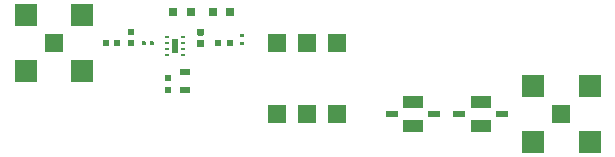
<source format=gtp>
G04 #@! TF.GenerationSoftware,KiCad,Pcbnew,(5.0.1)-4*
G04 #@! TF.CreationDate,2019-05-20T12:51:24-07:00*
G04 #@! TF.ProjectId,Tripler_circuit,547269706C65725F636972637569742E,rev?*
G04 #@! TF.SameCoordinates,Original*
G04 #@! TF.FileFunction,Paste,Top*
G04 #@! TF.FilePolarity,Positive*
%FSLAX46Y46*%
G04 Gerber Fmt 4.6, Leading zero omitted, Abs format (unit mm)*
G04 Created by KiCad (PCBNEW (5.0.1)-4) date 5/20/2019 12:51:24 PM*
%MOMM*%
%LPD*%
G01*
G04 APERTURE LIST*
%ADD10R,1.520000X1.650000*%
%ADD11R,1.900000X1.900000*%
%ADD12R,1.500000X1.500000*%
%ADD13R,0.990000X0.610000*%
%ADD14R,1.750000X0.990000*%
%ADD15C,0.200000*%
%ADD16C,0.590000*%
%ADD17R,0.600000X0.500000*%
%ADD18R,0.500000X0.600000*%
%ADD19R,0.800000X0.750000*%
%ADD20C,0.318000*%
%ADD21R,0.900000X0.500000*%
%ADD22R,0.350000X0.250000*%
%ADD23R,0.600000X1.200000*%
G04 APERTURE END LIST*
D10*
G04 #@! TO.C,U1*
X123600000Y-89405000D03*
X126140000Y-89405000D03*
X128680000Y-89405000D03*
X128680000Y-95375000D03*
X126140000Y-95375000D03*
X123600000Y-95375000D03*
G04 #@! TD*
D11*
G04 #@! TO.C,CON1*
X107105000Y-87015000D03*
X107105000Y-91765000D03*
X102355000Y-91765000D03*
X102355000Y-87015000D03*
D12*
X104730000Y-89390000D03*
G04 #@! TD*
G04 #@! TO.C,CON2*
X147700000Y-95380000D03*
D11*
X145325000Y-93005000D03*
X145325000Y-97755000D03*
X150075000Y-97755000D03*
X150075000Y-93005000D03*
G04 #@! TD*
D13*
G04 #@! TO.C,U3*
X133315000Y-95380000D03*
D14*
X135130000Y-96395000D03*
D13*
X136945000Y-95380000D03*
D14*
X135130000Y-94365000D03*
G04 #@! TD*
G04 #@! TO.C,U5*
X140850000Y-94355000D03*
D13*
X142665000Y-95370000D03*
D14*
X140850000Y-96385000D03*
D13*
X139035000Y-95370000D03*
G04 #@! TD*
D15*
G04 #@! TO.C,L1*
G36*
X117336958Y-88145710D02*
X117351276Y-88147834D01*
X117365317Y-88151351D01*
X117378946Y-88156228D01*
X117392031Y-88162417D01*
X117404447Y-88169858D01*
X117416073Y-88178481D01*
X117426798Y-88188202D01*
X117436519Y-88198927D01*
X117445142Y-88210553D01*
X117452583Y-88222969D01*
X117458772Y-88236054D01*
X117463649Y-88249683D01*
X117467166Y-88263724D01*
X117469290Y-88278042D01*
X117470000Y-88292500D01*
X117470000Y-88587500D01*
X117469290Y-88601958D01*
X117467166Y-88616276D01*
X117463649Y-88630317D01*
X117458772Y-88643946D01*
X117452583Y-88657031D01*
X117445142Y-88669447D01*
X117436519Y-88681073D01*
X117426798Y-88691798D01*
X117416073Y-88701519D01*
X117404447Y-88710142D01*
X117392031Y-88717583D01*
X117378946Y-88723772D01*
X117365317Y-88728649D01*
X117351276Y-88732166D01*
X117336958Y-88734290D01*
X117322500Y-88735000D01*
X116977500Y-88735000D01*
X116963042Y-88734290D01*
X116948724Y-88732166D01*
X116934683Y-88728649D01*
X116921054Y-88723772D01*
X116907969Y-88717583D01*
X116895553Y-88710142D01*
X116883927Y-88701519D01*
X116873202Y-88691798D01*
X116863481Y-88681073D01*
X116854858Y-88669447D01*
X116847417Y-88657031D01*
X116841228Y-88643946D01*
X116836351Y-88630317D01*
X116832834Y-88616276D01*
X116830710Y-88601958D01*
X116830000Y-88587500D01*
X116830000Y-88292500D01*
X116830710Y-88278042D01*
X116832834Y-88263724D01*
X116836351Y-88249683D01*
X116841228Y-88236054D01*
X116847417Y-88222969D01*
X116854858Y-88210553D01*
X116863481Y-88198927D01*
X116873202Y-88188202D01*
X116883927Y-88178481D01*
X116895553Y-88169858D01*
X116907969Y-88162417D01*
X116921054Y-88156228D01*
X116934683Y-88151351D01*
X116948724Y-88147834D01*
X116963042Y-88145710D01*
X116977500Y-88145000D01*
X117322500Y-88145000D01*
X117336958Y-88145710D01*
X117336958Y-88145710D01*
G37*
D16*
X117150000Y-88440000D03*
D15*
G36*
X117336958Y-89115710D02*
X117351276Y-89117834D01*
X117365317Y-89121351D01*
X117378946Y-89126228D01*
X117392031Y-89132417D01*
X117404447Y-89139858D01*
X117416073Y-89148481D01*
X117426798Y-89158202D01*
X117436519Y-89168927D01*
X117445142Y-89180553D01*
X117452583Y-89192969D01*
X117458772Y-89206054D01*
X117463649Y-89219683D01*
X117467166Y-89233724D01*
X117469290Y-89248042D01*
X117470000Y-89262500D01*
X117470000Y-89557500D01*
X117469290Y-89571958D01*
X117467166Y-89586276D01*
X117463649Y-89600317D01*
X117458772Y-89613946D01*
X117452583Y-89627031D01*
X117445142Y-89639447D01*
X117436519Y-89651073D01*
X117426798Y-89661798D01*
X117416073Y-89671519D01*
X117404447Y-89680142D01*
X117392031Y-89687583D01*
X117378946Y-89693772D01*
X117365317Y-89698649D01*
X117351276Y-89702166D01*
X117336958Y-89704290D01*
X117322500Y-89705000D01*
X116977500Y-89705000D01*
X116963042Y-89704290D01*
X116948724Y-89702166D01*
X116934683Y-89698649D01*
X116921054Y-89693772D01*
X116907969Y-89687583D01*
X116895553Y-89680142D01*
X116883927Y-89671519D01*
X116873202Y-89661798D01*
X116863481Y-89651073D01*
X116854858Y-89639447D01*
X116847417Y-89627031D01*
X116841228Y-89613946D01*
X116836351Y-89600317D01*
X116832834Y-89586276D01*
X116830710Y-89571958D01*
X116830000Y-89557500D01*
X116830000Y-89262500D01*
X116830710Y-89248042D01*
X116832834Y-89233724D01*
X116836351Y-89219683D01*
X116841228Y-89206054D01*
X116847417Y-89192969D01*
X116854858Y-89180553D01*
X116863481Y-89168927D01*
X116873202Y-89158202D01*
X116883927Y-89148481D01*
X116895553Y-89139858D01*
X116907969Y-89132417D01*
X116921054Y-89126228D01*
X116934683Y-89121351D01*
X116948724Y-89117834D01*
X116963042Y-89115710D01*
X116977500Y-89115000D01*
X117322500Y-89115000D01*
X117336958Y-89115710D01*
X117336958Y-89115710D01*
G37*
D16*
X117150000Y-89410000D03*
G04 #@! TD*
D17*
G04 #@! TO.C,C1*
X110100000Y-89400000D03*
X109100000Y-89400000D03*
G04 #@! TD*
D18*
G04 #@! TO.C,C2*
X111275000Y-89400000D03*
X111275000Y-88400000D03*
G04 #@! TD*
G04 #@! TO.C,C3*
X114350000Y-92350000D03*
X114350000Y-93350000D03*
G04 #@! TD*
D17*
G04 #@! TO.C,C4*
X119600000Y-89400000D03*
X118600000Y-89400000D03*
G04 #@! TD*
D19*
G04 #@! TO.C,C5*
X116350000Y-86750000D03*
X114850000Y-86750000D03*
G04 #@! TD*
G04 #@! TO.C,C6*
X119675000Y-86750000D03*
X118175000Y-86750000D03*
G04 #@! TD*
D15*
G04 #@! TO.C,C7*
G36*
X120783292Y-89261383D02*
X120791010Y-89262528D01*
X120798578Y-89264423D01*
X120805923Y-89267052D01*
X120812976Y-89270387D01*
X120819668Y-89274398D01*
X120825934Y-89279046D01*
X120831715Y-89284285D01*
X120836954Y-89290066D01*
X120841602Y-89296332D01*
X120845613Y-89303024D01*
X120848948Y-89310077D01*
X120851577Y-89317422D01*
X120853472Y-89324990D01*
X120854617Y-89332708D01*
X120855000Y-89340500D01*
X120855000Y-89499500D01*
X120854617Y-89507292D01*
X120853472Y-89515010D01*
X120851577Y-89522578D01*
X120848948Y-89529923D01*
X120845613Y-89536976D01*
X120841602Y-89543668D01*
X120836954Y-89549934D01*
X120831715Y-89555715D01*
X120825934Y-89560954D01*
X120819668Y-89565602D01*
X120812976Y-89569613D01*
X120805923Y-89572948D01*
X120798578Y-89575577D01*
X120791010Y-89577472D01*
X120783292Y-89578617D01*
X120775500Y-89579000D01*
X120574500Y-89579000D01*
X120566708Y-89578617D01*
X120558990Y-89577472D01*
X120551422Y-89575577D01*
X120544077Y-89572948D01*
X120537024Y-89569613D01*
X120530332Y-89565602D01*
X120524066Y-89560954D01*
X120518285Y-89555715D01*
X120513046Y-89549934D01*
X120508398Y-89543668D01*
X120504387Y-89536976D01*
X120501052Y-89529923D01*
X120498423Y-89522578D01*
X120496528Y-89515010D01*
X120495383Y-89507292D01*
X120495000Y-89499500D01*
X120495000Y-89340500D01*
X120495383Y-89332708D01*
X120496528Y-89324990D01*
X120498423Y-89317422D01*
X120501052Y-89310077D01*
X120504387Y-89303024D01*
X120508398Y-89296332D01*
X120513046Y-89290066D01*
X120518285Y-89284285D01*
X120524066Y-89279046D01*
X120530332Y-89274398D01*
X120537024Y-89270387D01*
X120544077Y-89267052D01*
X120551422Y-89264423D01*
X120558990Y-89262528D01*
X120566708Y-89261383D01*
X120574500Y-89261000D01*
X120775500Y-89261000D01*
X120783292Y-89261383D01*
X120783292Y-89261383D01*
G37*
D20*
X120675000Y-89420000D03*
D15*
G36*
X120783292Y-88571383D02*
X120791010Y-88572528D01*
X120798578Y-88574423D01*
X120805923Y-88577052D01*
X120812976Y-88580387D01*
X120819668Y-88584398D01*
X120825934Y-88589046D01*
X120831715Y-88594285D01*
X120836954Y-88600066D01*
X120841602Y-88606332D01*
X120845613Y-88613024D01*
X120848948Y-88620077D01*
X120851577Y-88627422D01*
X120853472Y-88634990D01*
X120854617Y-88642708D01*
X120855000Y-88650500D01*
X120855000Y-88809500D01*
X120854617Y-88817292D01*
X120853472Y-88825010D01*
X120851577Y-88832578D01*
X120848948Y-88839923D01*
X120845613Y-88846976D01*
X120841602Y-88853668D01*
X120836954Y-88859934D01*
X120831715Y-88865715D01*
X120825934Y-88870954D01*
X120819668Y-88875602D01*
X120812976Y-88879613D01*
X120805923Y-88882948D01*
X120798578Y-88885577D01*
X120791010Y-88887472D01*
X120783292Y-88888617D01*
X120775500Y-88889000D01*
X120574500Y-88889000D01*
X120566708Y-88888617D01*
X120558990Y-88887472D01*
X120551422Y-88885577D01*
X120544077Y-88882948D01*
X120537024Y-88879613D01*
X120530332Y-88875602D01*
X120524066Y-88870954D01*
X120518285Y-88865715D01*
X120513046Y-88859934D01*
X120508398Y-88853668D01*
X120504387Y-88846976D01*
X120501052Y-88839923D01*
X120498423Y-88832578D01*
X120496528Y-88825010D01*
X120495383Y-88817292D01*
X120495000Y-88809500D01*
X120495000Y-88650500D01*
X120495383Y-88642708D01*
X120496528Y-88634990D01*
X120498423Y-88627422D01*
X120501052Y-88620077D01*
X120504387Y-88613024D01*
X120508398Y-88606332D01*
X120513046Y-88600066D01*
X120518285Y-88594285D01*
X120524066Y-88589046D01*
X120530332Y-88584398D01*
X120537024Y-88580387D01*
X120544077Y-88577052D01*
X120551422Y-88574423D01*
X120558990Y-88572528D01*
X120566708Y-88571383D01*
X120574500Y-88571000D01*
X120775500Y-88571000D01*
X120783292Y-88571383D01*
X120783292Y-88571383D01*
G37*
D20*
X120675000Y-88730000D03*
G04 #@! TD*
D15*
G04 #@! TO.C,L2*
G36*
X112417292Y-89220383D02*
X112425010Y-89221528D01*
X112432578Y-89223423D01*
X112439923Y-89226052D01*
X112446976Y-89229387D01*
X112453668Y-89233398D01*
X112459934Y-89238046D01*
X112465715Y-89243285D01*
X112470954Y-89249066D01*
X112475602Y-89255332D01*
X112479613Y-89262024D01*
X112482948Y-89269077D01*
X112485577Y-89276422D01*
X112487472Y-89283990D01*
X112488617Y-89291708D01*
X112489000Y-89299500D01*
X112489000Y-89500500D01*
X112488617Y-89508292D01*
X112487472Y-89516010D01*
X112485577Y-89523578D01*
X112482948Y-89530923D01*
X112479613Y-89537976D01*
X112475602Y-89544668D01*
X112470954Y-89550934D01*
X112465715Y-89556715D01*
X112459934Y-89561954D01*
X112453668Y-89566602D01*
X112446976Y-89570613D01*
X112439923Y-89573948D01*
X112432578Y-89576577D01*
X112425010Y-89578472D01*
X112417292Y-89579617D01*
X112409500Y-89580000D01*
X112250500Y-89580000D01*
X112242708Y-89579617D01*
X112234990Y-89578472D01*
X112227422Y-89576577D01*
X112220077Y-89573948D01*
X112213024Y-89570613D01*
X112206332Y-89566602D01*
X112200066Y-89561954D01*
X112194285Y-89556715D01*
X112189046Y-89550934D01*
X112184398Y-89544668D01*
X112180387Y-89537976D01*
X112177052Y-89530923D01*
X112174423Y-89523578D01*
X112172528Y-89516010D01*
X112171383Y-89508292D01*
X112171000Y-89500500D01*
X112171000Y-89299500D01*
X112171383Y-89291708D01*
X112172528Y-89283990D01*
X112174423Y-89276422D01*
X112177052Y-89269077D01*
X112180387Y-89262024D01*
X112184398Y-89255332D01*
X112189046Y-89249066D01*
X112194285Y-89243285D01*
X112200066Y-89238046D01*
X112206332Y-89233398D01*
X112213024Y-89229387D01*
X112220077Y-89226052D01*
X112227422Y-89223423D01*
X112234990Y-89221528D01*
X112242708Y-89220383D01*
X112250500Y-89220000D01*
X112409500Y-89220000D01*
X112417292Y-89220383D01*
X112417292Y-89220383D01*
G37*
D20*
X112330000Y-89400000D03*
D15*
G36*
X113107292Y-89220383D02*
X113115010Y-89221528D01*
X113122578Y-89223423D01*
X113129923Y-89226052D01*
X113136976Y-89229387D01*
X113143668Y-89233398D01*
X113149934Y-89238046D01*
X113155715Y-89243285D01*
X113160954Y-89249066D01*
X113165602Y-89255332D01*
X113169613Y-89262024D01*
X113172948Y-89269077D01*
X113175577Y-89276422D01*
X113177472Y-89283990D01*
X113178617Y-89291708D01*
X113179000Y-89299500D01*
X113179000Y-89500500D01*
X113178617Y-89508292D01*
X113177472Y-89516010D01*
X113175577Y-89523578D01*
X113172948Y-89530923D01*
X113169613Y-89537976D01*
X113165602Y-89544668D01*
X113160954Y-89550934D01*
X113155715Y-89556715D01*
X113149934Y-89561954D01*
X113143668Y-89566602D01*
X113136976Y-89570613D01*
X113129923Y-89573948D01*
X113122578Y-89576577D01*
X113115010Y-89578472D01*
X113107292Y-89579617D01*
X113099500Y-89580000D01*
X112940500Y-89580000D01*
X112932708Y-89579617D01*
X112924990Y-89578472D01*
X112917422Y-89576577D01*
X112910077Y-89573948D01*
X112903024Y-89570613D01*
X112896332Y-89566602D01*
X112890066Y-89561954D01*
X112884285Y-89556715D01*
X112879046Y-89550934D01*
X112874398Y-89544668D01*
X112870387Y-89537976D01*
X112867052Y-89530923D01*
X112864423Y-89523578D01*
X112862528Y-89516010D01*
X112861383Y-89508292D01*
X112861000Y-89500500D01*
X112861000Y-89299500D01*
X112861383Y-89291708D01*
X112862528Y-89283990D01*
X112864423Y-89276422D01*
X112867052Y-89269077D01*
X112870387Y-89262024D01*
X112874398Y-89255332D01*
X112879046Y-89249066D01*
X112884285Y-89243285D01*
X112890066Y-89238046D01*
X112896332Y-89233398D01*
X112903024Y-89229387D01*
X112910077Y-89226052D01*
X112917422Y-89223423D01*
X112924990Y-89221528D01*
X112932708Y-89220383D01*
X112940500Y-89220000D01*
X113099500Y-89220000D01*
X113107292Y-89220383D01*
X113107292Y-89220383D01*
G37*
D20*
X113020000Y-89400000D03*
G04 #@! TD*
D21*
G04 #@! TO.C,R3*
X115825000Y-91850000D03*
X115825000Y-93350000D03*
G04 #@! TD*
D22*
G04 #@! TO.C,U2*
X114275000Y-88900000D03*
X114275000Y-89400000D03*
X114275000Y-89900000D03*
X114275000Y-90400000D03*
X115625000Y-90400000D03*
X115625000Y-89900000D03*
X115625000Y-89400000D03*
X115625000Y-88900000D03*
D23*
X114950000Y-89650000D03*
G04 #@! TD*
M02*

</source>
